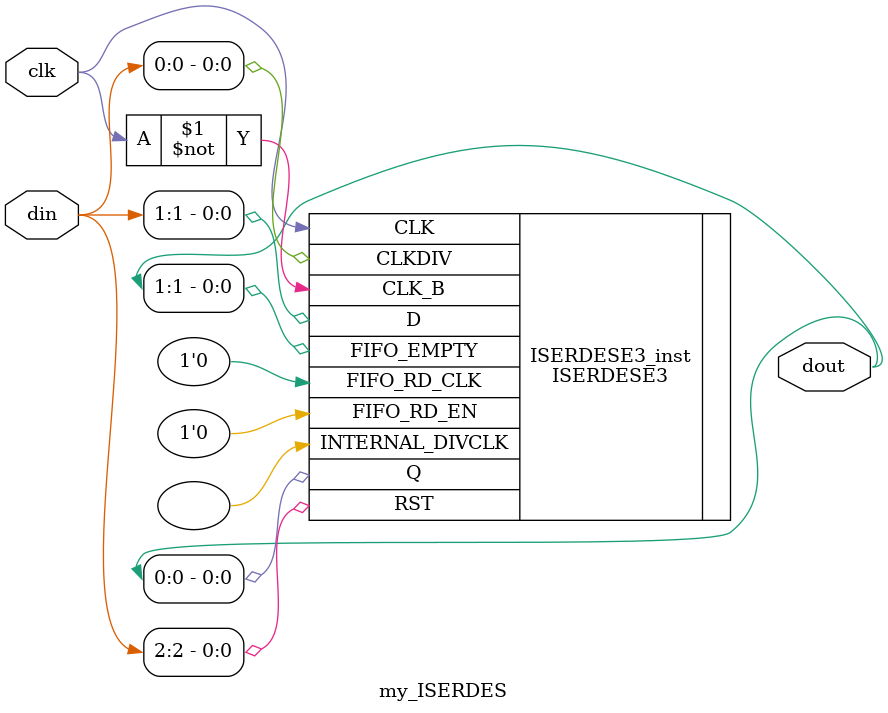
<source format=v>

module top(input clk, stb, di, output do);
    localparam integer DIN_N = 160;
    localparam integer DOUT_N = 160;

    reg [DIN_N-1:0] din;
    wire [DOUT_N-1:0] dout;

    reg [DIN_N-1:0] din_shr;
    reg [DOUT_N-1:0] dout_shr;

    always @(posedge clk) begin
        din_shr <= {din_shr, di};
        dout_shr <= {dout_shr, din_shr[DIN_N-1]};
        if (stb) begin
            din <= din_shr;
            dout_shr <= dout;
        end
    end

    assign do = dout_shr[DOUT_N-1];

    roi roi (
        .clk(clk),
        .din(din),
        .dout(dout)
    );
endmodule

module roi(input clk, input [159:0] din, output [159:0] dout);
	my_ISERDES
	#(
		.LOC("BITSLICE_RX_TX_X0Y305"),
		.DATA_WIDTH(8),
		.FIFO_ENABLE("FALSE"),
		.FIFO_SYNC_MODE("FALSE"),
		.IS_CLK_B_INVERTED(1'b0),
		.IS_CLK_INVERTED(1'b0),
		.IS_RST_INVERTED(1'b0),
		.SIM_DEVICE("ULTRASCALE_PLUS")
	)
	inst_0 (
		.clk(clk),
		.din(din[  0 +: 3]),
		.dout(dout[ 0 +: 2])
	);
endmodule

// ---------------------------------------------------------------------
module my_ISERDES (input clk, input [2:0] din, output [1:0] dout);

   parameter LOC = "";
   parameter DATA_WIDTH = 8;
   parameter FIFO_ENABLE = "FALSE";
   parameter FIFO_SYNC_MODE = "FALSE";
   parameter IS_CLK_B_INVERTED = 1'b0;
   parameter IS_CLK_INVERTED = 1'b0;
   parameter IS_RST_INVERTED = 1'b0;
   parameter SIM_DEVICE = "ULTRASCALE";

	(* LOC=LOC *)
   ISERDESE3 #(
      .DATA_WIDTH(DATA_WIDTH),                // Parallel data width (4,8)
      .FIFO_ENABLE(FIFO_ENABLE),              // Enables the use of the FIFO
      .FIFO_SYNC_MODE(FIFO_SYNC_MODE),        // Always set to FALSE. TRUE is reserved for later use.
      .IS_CLK_B_INVERTED(IS_CLK_B_INVERTED),  // Optional inversion for CLK_B
      .IS_CLK_INVERTED(IS_CLK_INVERTED),      // Optional inversion for CLK
      .IS_RST_INVERTED(IS_RST_INVERTED),      // Optional inversion for RST
      .SIM_DEVICE(SIM_DEVICE)                 // Set the device version (ULTRASCALE, ULTRASCALE_PLUS, ULTRASCALE_PLUS_ES1,
                                              // ULTRASCALE_PLUS_ES2)
   )
   ISERDESE3_inst (
      .FIFO_EMPTY(dout[1]),           // 1-bit output: FIFO empty flag
      .INTERNAL_DIVCLK(), // 1-bit output: Internally divided down clock used when FIFO is
                                         // disabled (do not connect)

      .Q(dout[0]),                             // 8-bit registered output
      .CLK(clk),                         // 1-bit input: High-speed clock
      .CLKDIV(din[0]),                   // 1-bit input: Divided Clock
      .CLK_B(~clk),                     // 1-bit input: Inversion of High-speed clock CLK
      .D(din[1]),                             // 1-bit input: Serial Data Input
      .FIFO_RD_CLK(1'b0),         // 1-bit input: FIFO read clock
      .FIFO_RD_EN(1'b0),           // 1-bit input: Enables reading the FIFO when asserted
      .RST(din[2])                          // 1-bit input: Asynchronous Reset
   );
endmodule

</source>
